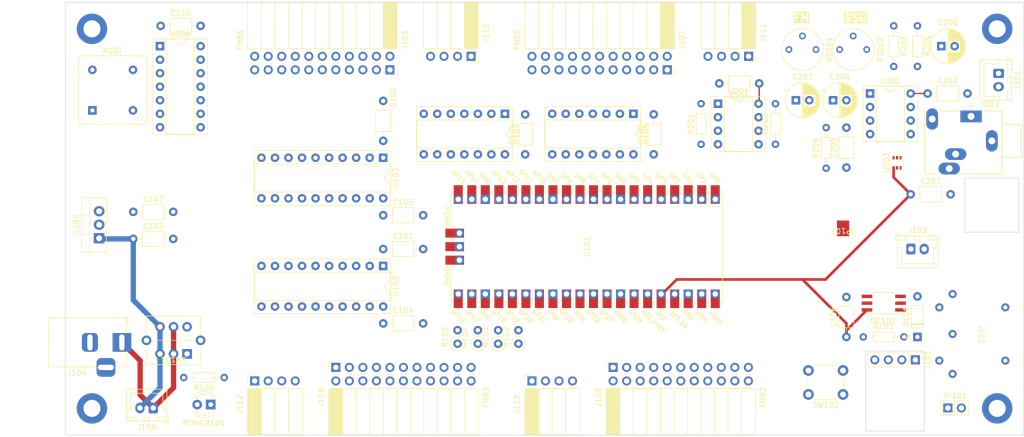
<source format=kicad_pcb>
(kicad_pcb (version 20221018) (generator pcbnew)
  (layers (0 "F.Cu" signal) (1 "In1.Cu" power) (2 "In2.Cu" power) (31 "B.Cu" signal) (34 "B.Paste" user) (35 "F.Paste" user) (36 "B.SilkS" user "B.Silkscreen") (37 "F.SilkS" user "F.Silkscreen") (38 "B.Mask" user) (39 "F.Mask" user) (44 "Edge.Cuts" user))
  (net 0 "")
  (net 1 "3.3V")
  (net 2 "GND")
  (net 3 "Net-(U104-VI)")
  (net 4 "VCC")
  (net 5 "GNDA")
  (net 6 "Net-(C203-Pad1)")
  (net 7 "Net-(C203-Pad2)")
  (net 8 "Net-(C204-Pad1)")
  (net 9 "Net-(C204-Pad2)")
  (net 10 "Net-(U202A--)")
  (net 11 "Net-(C205-Pad2)")
  (net 12 "Net-(U203-A)")
  (net 13 "Net-(D101-K)")
  (net 14 "Net-(D101-A)")
  (net 15 "Net-(J101-Pin_1)")
  (net 16 "/RX")
  (net 17 "/TX")
  (net 20 "Net-(J102-Pad4)")
  (net 24 "Net-(J104-In)")
  (net 26 "8MHz")
  (net 27 "F_D0")
  (net 28 "4MHz")
  (net 29 "F_D1")
  (net 30 "{slash}F_A0")
  (net 31 "F_D2")
  (net 32 "{slash}F_A1")
  (net 33 "F_D3")
  (net 34 "{slash}F_RD")
  (net 35 "F_D4")
  (net 36 "{slash}F_WR")
  (net 37 "F_D5")
  (net 38 "{slash}F_CS0")
  (net 39 "F_D6")
  (net 40 "{slash}F_IRQ0")
  (net 41 "F_D7")
  (net 42 "{slash}F_IC")
  (net 44 "{slash}F_CS1")
  (net 45 "{slash}F_IRQ1")
  (net 47 "{slash}F_CS2")
  (net 48 "{slash}F_IRQ2")
  (net 50 "{slash}F_CS3")
  (net 51 "{slash}F_IRQ3")
  (net 52 "/Mixer/REFV")
  (net 53 "/Mixer/FM")
  (net 54 "/Mixer/SSG")
  (net 55 "Net-(U203-W)")
  (net 57 "Net-(U101-GPIO1)")
  (net 58 "Net-(POWER101-A)")
  (net 59 "Net-(R201-Pad2)")
  (net 60 "Net-(R202-Pad2)")
  (net 65 "Net-(U101-RUN)")
  (net 67 "/{slash}RD")
  (net 68 "/{slash}WR")
  (net 69 "/A0")
  (net 70 "/A1")
  (net 71 "D0")
  (net 72 "D1")
  (net 73 "D2")
  (net 74 "D3")
  (net 75 "D4")
  (net 76 "D5")
  (net 77 "D6")
  (net 78 "D7")
  (net 79 "I2C0_SDA")
  (net 80 "I2C0_SCL")
  (net 81 "Net-(U101-GPIO22)")
  (net 82 "Net-(U101-GPIO26_ADC0)")
  (net 83 "Net-(U101-GPIO27_ADC1)")
  (net 93 "Net-(U102-B3)")
  (net 94 "Net-(U102-B2)")
  (net 95 "Net-(U102-B1)")
  (net 97 "Net-(U105-Pad3)")
  (net 98 "Net-(U105-Pad6)")
  (net 99 "Net-(U105-Pad12)")
  (net 100 "Net-(U106A-D)")
  (net 101 "Net-(U106A-C)")
  (net 102 "Net-(U106B-D)")
  (footprint "Connector_PinHeader_2.54mm:PinHeader_1x04_P2.54mm_Vertical" (layer "F.Cu") (at 159.632 67.163 -90)
    (fp_text reference "J101")
    (fp_text value "UART")
  )
  (footprint "Connector_JST:JST_XH_B2B-XH-A_1x02_P2.50mm_Vertical" (layer "F.Cu") (at 175.26 13.375 -90)
    (fp_text reference "J201")
    (fp_text value "Audio Out")
  )
  (footprint "Capacitor_THT:CP_Radial_D6.3mm_P2.50mm" (layer "F.Cu") (at 164.505 8.255)
    (fp_text reference "C206")
    (fp_text value "10u")
  )
  (footprint "Connector_PinSocket_2.54mm:PinSocket_2x11_P2.54mm_Horizontal" (layer "F.Cu") (at 60.96 12.7 -90)
    (fp_text reference "J106")
    (fp_text value "FMB1")
  )
  (footprint "Resistor_THT:R_Axial_DIN0204_L3.6mm_D1.6mm_P7.62mm_Horizontal" (layer "F.Cu") (at 149.86 62.865)
    (fp_text reference "R101")
    (fp_text value "390")
  )
  (footprint "MountingHole:MountingHole_3.2mm_M3_ISO7380_Pad" (layer "F.Cu") (at 175 76.28)
    (fp_text reference "REF4" hide)
    (fp_text value "MountingHole_3.2mm_M3_ISO7380_Pad" hide)
  )
  (footprint "Capacitor_THT:CP_Radial_D6.3mm_P2.50mm" (layer "F.Cu") (at 137.2 18.415)
    (fp_text reference "C203")
    (fp_text value "10u")
  )
  (footprint "Capacitor_THT:CP_Radial_D6.3mm_P2.50mm" (layer "F.Cu") (at 144.185 18.415)
    (fp_text reference "C204")
    (fp_text value "10u")
  )
  (footprint "Resistor_THT:R_Axial_DIN0207_L6.3mm_D2.5mm_P2.54mm_Vertical" (layer "F.Cu") (at 73.66 64.135 90)
    (fp_text reference "R106")
    (fp_text value "10K")
  )
  (footprint "Resistor_THT:R_Axial_DIN0207_L6.3mm_D2.5mm_P2.54mm_Vertical" (layer "F.Cu") (at 77.47 64.135 90)
    (fp_text reference "R104")
    (fp_text value "10K")
  )
  (footprint "Package_DIP:DIP-8_W7.62mm_Socket" (layer "F.Cu") (at 151.13 17.145)
    (fp_text reference "U202")
    (fp_text value "NJM4580")
  )
  (footprint "Resistor_THT:R_Axial_DIN0204_L3.6mm_D1.6mm_P7.62mm_Horizontal" (layer "F.Cu") (at 133.36 26.68 90)
    (fp_text reference "R202")
    (fp_text value "10K")
  )
  (footprint "Capacitor_THT:C_Axial_L3.8mm_D2.6mm_P7.50mm_Horizontal" (layer "F.Cu") (at 86.355 28.575 90)
    (fp_text reference "C109")
    (fp_text value "0.1u")
  )
  (footprint "LED_THT:LED_D4.0mm" (layer "F.Cu") (at 27.305 75.565 180)
    (fp_text reference "POWER101")
    (fp_text value "LED")
  )
  (footprint "Connector_JST:JST_XH_B2B-XH-A_1x02_P2.50mm_Vertical" (layer "F.Cu") (at 16.51 76.2 180)
    (fp_text reference "J105")
    (fp_text value "Power SW")
  )
  (footprint "Package_DIP:DIP-14_W7.62mm_Socket" (layer "F.Cu") (at 17.78 8.255)
    (fp_text reference "U106")
    (fp_text value "74HC74")
  )
  (footprint "Package_DIP:DIP-14_W7.62mm_Socket" (layer "F.Cu") (at 106.68 20.955 -90)
    (fp_text reference "U105")
    (fp_text value "74HC00")
  )
  (footprint "Resistor_THT:R_Axial_DIN0204_L3.6mm_D1.6mm_P7.62mm_Horizontal" (layer "F.Cu") (at 119.39 26.68 90)
    (fp_text reference "R201")
    (fp_text value "10K")
  )
  (footprint "Capacitor_THT:C_Axial_L3.8mm_D2.6mm_P7.50mm_Horizontal" (layer "F.Cu") (at 12.76 44.45)
    (fp_text reference "C103")
    (fp_text value "0.33u")
  )
  (footprint "Capacitor_THT:C_Axial_L3.8mm_D2.6mm_P7.50mm_Horizontal" (layer "F.Cu") (at 17.9 4.445)
    (fp_text reference "C110")
    (fp_text value "0.1u")
  )
  (footprint "Connector_PinSocket_2.54mm:PinSocket_2x11_P2.54mm_Horizontal" (layer "F.Cu") (at 50.8 68.58 90)
    (fp_text reference "J108")
    (fp_text value "FMB3")
  )
  (footprint "Resistor_THT:R_Axial_DIN0207_L6.3mm_D2.5mm_P2.54mm_Vertical" (layer "F.Cu") (at 81.28 64.135 90)
    (fp_text reference "R103")
    (fp_text value "10K")
  )
  (footprint "Capacitor_THT:C_Axial_L3.8mm_D2.6mm_P7.50mm_Horizontal" (layer "F.Cu") (at 110.49 28.565 90)
    (fp_text reference "C108")
    (fp_text value "0.1u")
  )
  (footprint "MountingHole:MountingHole_3.2mm_M3_ISO7380_Pad" (layer "F.Cu") (at 5 5)
    (fp_text reference "REF1" hide)
    (fp_text value "MountingHole_3.2mm_M3_ISO7380_Pad" hide)
  )
  (footprint "MountingHole:MountingHole_3.2mm_M3_ISO7380_Pad" (layer "F.Cu") (at 5 76.28)
    (fp_text reference "REF3" hide)
    (fp_text value "MountingHole_3.2mm_M3_ISO7380_Pad" hide)
  )
  (footprint "Akizuki:DIN-5P-Socket" (layer "F.Cu") (at 171.53 62.31 -90)
    (fp_text reference "J102")
    (fp_text value "MIDI IN")
  )
  (footprint "Resistor_THT:R_Axial_DIN0204_L3.6mm_D1.6mm_P7.62mm_Horizontal" (layer "F.Cu") (at 155.575 4.445 -90)
    (fp_text reference "R203")
    (fp_text value "10K")
  )
  (footprint "Capacitor_THT:C_Axial_L3.8mm_D2.6mm_P7.50mm_Horizontal" (layer "F.Cu") (at 146.685 62.865 90)
    (fp_text reference "C106")
    (fp_text value "0.1u")
  )
  (footprint "Akizuki:Bridge" (layer "F.Cu") (at 146.05 42.468 180)
    (fp_text reference "JP102")
    (fp_text value "Bridge")
  )
  (footprint "Package_DIP:DIP-20_W7.62mm_Socket" (layer "F.Cu") (at 59.69 49.53 -90)
    (fp_text reference "U102")
    (fp_text value "AE-LLCNV8-DIP20")
  )
  (footprint "Resistor_THT:R_Axial_DIN0204_L3.6mm_D1.6mm_P7.62mm_Horizontal" (layer "F.Cu") (at 29.845 70.485 180)
    (fp_text reference "R105")
    (fp_text value "1K")
  )
  (footprint "Connector_PinSocket_2.54mm:PinSocket_1x04_P2.54mm_Horizontal" (layer "F.Cu") (at 76.2 10.16 -90)
    (fp_text reference "J110")
    (fp_text value "AnalogIn_0")
  )
  (footprint "Capacitor_THT:C_Axial_L3.8mm_D2.6mm_P7.50mm_Horizontal" (layer "F.Cu") (at 59.69 46.355)
    (fp_text reference "C101")
    (fp_text value "0.1u")
  )
  (footprint "Potentiometer_THT:Potentiometer_Bourns_3339P_Vertical" (layer "F.Cu") (at 145.415 8.89 -90)
    (fp_text reference "RV202")
    (fp_text value "1K")
  )
  (footprint "Capacitor_THT:C_Axial_L3.8mm_D2.6mm_P7.50mm_Horizontal" (layer "F.Cu") (at 146.685 31.055 90)
    (fp_text reference "C205")
    (fp_text value "1000p")
  )
  (footprint "RPi_Pico:RPi_Pico_SMD_TH" (layer "F.Cu") (at 97.92 45.905 -90)
    (fp_text reference "U101")
    (fp_text value "Pico")
  )
  (footprint "Connector_PinSocket_2.54mm:PinSocket_2x11_P2.54mm_Horizontal" (layer "F.Cu") (at 102.87 68.58 90)
    (fp_text reference "J109")
    (fp_text value "FMB2")
  )
  (footprint "Package_DIP:DIP-8_W7.62mm_Socket" (layer "F.Cu") (at 122.565 19.06)
    (fp_text reference "U201")
    (fp_text value "NJM4580")
  )
  (footprint "Potentiometer_THT:Potentiometer_Bourns_3339P_Vertical" (layer "F.Cu") (at 135.89 8.89 -90)
    (fp_text reference "RV201")
    (fp_text value "1K")
  )
  (footprint "Capacitor_THT:C_Axial_L3.8mm_D2.6mm_P7.50mm_Horizontal" (layer "F.Cu") (at 130.305 15.25 180)
    (fp_text reference "C201")
    (fp_text value "0.1u")
  )
  (footprint "Capacitor_THT:C_Axial_L3.8mm_D2.6mm_P7.50mm_Horizontal" (layer "F.Cu") (at 12.76 39.37)
    (fp_text reference "C107")
    (fp_text value "0.1u")
  )
  (footprint "Oscillator:Oscillator_DIP-8" (layer "F.Cu") (at 5.08 20.32)
    (fp_text reference "X101")
    (fp_text value "16MHz")
  )
  (footprint "Capacitor_THT:C_Axial_L3.8mm_D2.6mm_P7.50mm_Horizontal" (layer "F.Cu") (at 158.75 36.075)
    (fp_text reference "C207")
    (fp_text value "0.1u")
  )
  (footprint "Button_Switch_THT:SW_PUSH_6mm_H7.3mm" (layer "F.Cu") (at 146.05 73.66 180)
    (fp_text reference "SW102")
    (fp_text value "RESET")
  )
  (footprint "Akizuki:2MD1-T1-B4-VS2-Q-E" (layer "F.Cu") (at 20.32 63.5 180)
    (fp_text reference "SW101")
    (fp_text value "Power SW")
  )
  (footprint "MountingHole:MountingHole_3.2mm_M3_ISO7380_Pad" (layer "F.Cu") (at 175 5)
    (fp_text reference "REF2" hide)
    (fp_text value "MountingHole_3.2mm_M3_ISO7380_Pad" hide)
  )
  (footprint "Capacitor_THT:C_Axial_L3.8mm_D2.6mm_P7.50mm_Horizontal" (layer "F.Cu") (at 59.69 26.035 90)
    (fp_text reference "C102")
    (fp_text value "0.1u")
  )
  (footprint "Connector_PinSocket_2.54mm:PinSocket_1x04_P2.54mm_Horizontal" (layer "F.Cu") (at 128.31 10.16 -90)
    (fp_text reference "J111")
    (fp_text value "AnalogIn_1")
  )
  (footprint "Connector_PinSocket_2.54mm:PinSocket_1x04_P2.54mm_Horizontal" (layer "F.Cu") (at 87.63 71.12 90)
    (fp_text reference "J113")
    (fp_text value "AnalogIn_3")
  )
  (footprint "Package_DIP:DIP-14_W7.62mm_Socket" (layer "F.Cu") (at 82.55 20.955 -90)
    (fp_text reference "U107")
    (fp_text value "74HC00")
  )
  (footprint "Connector_Audio:Jack_3.5mm_Ledino_KB3SPRS_Horizontal" (layer "F.Cu") (at 170.09 21.435 180)
    (fp_text reference "J202")
    (fp_text value "AudioJack3")
  )
  (footprint "Connector_PinSocket_2.54mm:PinSocket_1x04_P2.54mm_Horizontal" (layer "F.Cu") (at 35.56 71.12 90)
    (fp_text reference "J112")
    (fp_text value "AnalogIn_2")
  )
  (footprint "Capacitor_THT:C_Axial_L3.8mm_D2.6mm_P7.50mm_Horizontal" (layer "F.Cu") (at 59.69 40.005)
    (fp_text reference "C105")
    (fp_text value "0.1u")
  )
  (footprint "Resistor_THT:R_Axial_DIN0204_L3.6mm_D1.6mm_P7.62mm_Horizontal" (layer "F.Cu") (at 142.875 31.175 90)
    (fp_text reference "R205")
    (fp_text value "10K")
  )
  (footprint "Capacitor_THT:C_Axial_L3.8mm_D2.6mm_P7.50mm_Horizontal" (layer "F.Cu") (at 161.925 17.145)
    (fp_text reference "C202")
    (fp_text value "0.1u")
  )
  (footprint "Diode_THT:D_DO-35_SOD27_P7.62mm_Horizontal" (layer "F.Cu") (at 160.02 62.865 90)
    (fp_text reference "D101")
    (fp_text value "1N4148")
  )
  (footprint "Connector_BarrelJack:BarrelJack_Horizontal" (layer "F.Cu") (at 10.62 63.88)
    (fp_text reference "J104")
    (fp_text value "DC 7-12V / 1A")
  )
  (footprint "Package_DIP:DIP-20_W7.62mm_Socket" (layer "F.Cu") (at 59.69 29.21 -90)
    (fp_text reference "U103")
    (fp_text value "AE-LLCNV8-DIP20")
  )
  (footprint "Connector_PinHeader_2.54mm:PinHeader_2x01_P2.54mm_Vertical" (layer "F.Cu") (at 165.735 76.2)
    (fp_text reference "JP101")
    (fp_text value "+5V")
  )
  (footprint "Resistor_THT:R_Axial_DIN0204_L3.6mm_D1.6mm_P7.62mm_Horizontal" (layer "F.Cu") (at 160.02 4.445 -90)
    (fp_text reference "R204")
    (fp_text value "10K")
  )
  (footprint "Package_SO:SO-6_4.4x3.6mm_P1.27mm" (layer "F.Cu") (at 153.695 56.515 180)
    (fp_text reference "OC101")
    (fp_text value "TLP2361")
  )
  (footprint "Connector_PinSocket_2.54mm:PinSocket_2x11_P2.54mm_Horizontal" (layer "F.Cu") (at 113.03 12.7 -90)
    (fp_text reference "J107")
    (fp_text value "FMB0")
  )
  (footprint "Resistor_THT:R_Axial_DIN0207_L6.3mm_D2.5mm_P2.54mm_Vertical" (layer "F.Cu") (at 85.09 64.135 90)
    (fp_text reference "R102")
    (fp_text value "10K")
  )
  (footprint "Package_TO_SOT_THT:TO-220-3_Vertical" (layer "F.Cu") (at 6.35 44.33 90)
    (fp_text reference "U104")
    (fp_text value "NJM7805")
  )
  (footprint "Connector_JST:JST_XH_B2B-XH-A_1x02_P2.50mm_Vertical" (layer "F.Cu") (at 158.79 46.355)
    (fp_text reference "J103")
    (fp_text value "MIDI IN")
  )
  (footprint "Capacitor_THT:C_Axial_L3.8mm_D2.6mm_P7.50mm_Horizontal" (layer "F.Cu") (at 59.69 60.325)
    (fp_text reference "C104")
    (fp_text value "0.1u")
  )
  (footprint "Package_TO_SOT_SMD:SOT-363_SC-70-6" (layer "F.Cu") (at 156.195 30.16 90)
    (fp_text reference "U203")
    (fp_text value "MCP4018")
  )
  (gr_rect locked (start 0 0) (end 180 81.28) (stroke (width 0.1)) (fill none) (layer "Edge.Cuts"))
  (gr_rect (start 168.91 33.02) (end 179.07 43.18) (stroke (width 0.1)) (fill none) (layer "Edge.Cuts"))
  (gr_rect (start 150.29 65.525) (end 161.29 80.525) (stroke (width 0.1)) (fill none) (layer "Edge.Cuts"))
  (gr_text "FM" (at 136.525 3.81) (layer "F.SilkS" knockout) (effects (font (size 1.5 1.5) (thickness 0.3) bold) (justify left bottom)))
  (gr_text "SSG" (at 146.05 3.81) (layer "F.SilkS" knockout) (effects (font (size 1.5 1.5) (thickness 0.3) bold) (justify left bottom)))
  (segment (start 146.685 60.325) (end 146.685 62.865) (width 0.5) (layer "F.Cu") (net 1))
  (segment (start 111.89 54.795) (end 111.89 54.985) (width 0.5) (layer "F.Cu") (net 1))
  (segment (start 155.545 32.87) (end 158.75 36.075) (width 0.5) (layer "F.Cu") (net 1))
  (segment (start 142.755 52.07) (end 158.75 36.075) (width 0.5) (layer "F.Cu") (net 1))
  (segment (start 114.805 52.07) (end 138.43 52.07) (width 0.5) (layer "F.Cu") (net 1))
  (segment (start 146.685 62.865) (end 146.685 61.645) (width 0.5) (layer "F.Cu") (net 1))
  (segment (start 138.43 52.07) (end 146.685 60.325) (width 0.5) (layer "F.Cu") (net 1))
  (segment (start 111.89 54.985) (end 114.805 52.07) (width 0.5) (layer "F.Cu") (net 1))
  (segment (start 155.545 31.11) (end 155.545 32.87) (width 0.5) (layer "F.Cu") (net 1))
  (segment (start 146.685 61.645) (end 150.545 57.785) (width 0.5) (layer "F.Cu") (net 1))
  (segment (start 138.43 52.07) (end 142.755 52.07) (width 0.5) (layer "F.Cu") (net 1))
  (segment (start 17.78 60.96) (end 12.76 55.94) (width 1) (layer "B.Cu") (net 3))
  (segment (start 12.76 55.94) (end 12.76 44.45) (width 1) (layer "B.Cu") (net 3))
  (segment (start 17.78 66.04) (end 17.78 60.96) (width 1) (layer "B.Cu") (net 3))
  (segment (start 17.78 72.43) (end 14.01 76.2) (width 1) (layer "B.Cu") (net 3))
  (segment (start 17.78 66.04) (end 17.78 72.43) (width 1) (layer "B.Cu") (net 3))
  (segment (start 6.47 44.45) (end 6.35 44.33) (width 1) (layer "B.Cu") (net 3))
  (segment (start 12.76 44.45) (end 6.47 44.45) (width 1) (layer "B.Cu") (net 3))
  (segment (start 130.305 18.94) (end 130.185 19.06) (width 0.25) (layer "F.Cu") (net 4))
  (segment (start 161.925 17.145) (end 158.75 17.145) (width 0.25) (layer "F.Cu") (net 4))
  (segment (start 130.305 15.25) (end 130.305 18.94) (width 0.25) (layer "F.Cu") (net 4))
  (segment (start 14.05 73.74) (end 16.51 76.2) (width 1) (layer "F.Cu") (net 24))
  (segment (start 20.32 72.39) (end 20.32 66.04) (width 1) (layer "F.Cu") (net 24))
  (segment (start 16.51 76.2) (end 20.32 72.39) (width 1) (layer "F.Cu") (net 24))
  (segment (start 20.32 66.04) (end 20.32 60.96) (width 1) (layer "F.Cu") (net 24))
  (segment (start 14.05 67.31) (end 14.05 73.74) (width 1) (layer "F.Cu") (net 24))
  (segment (start 10.62 63.88) (end 14.05 67.31) (width 1) (layer "F.Cu") (net 24))
)
</source>
